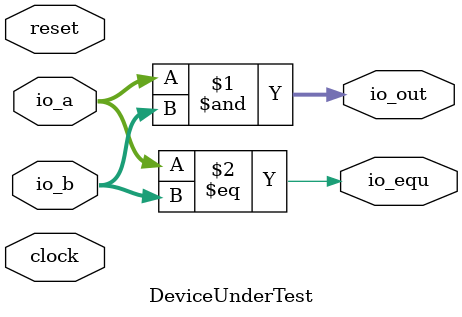
<source format=v>
module DeviceUnderTest(
  input        clock,
  input        reset,
  input  [1:0] io_a,
  input  [1:0] io_b,
  output [1:0] io_out,
  output       io_equ
);
  assign io_out = io_a & io_b; // @[DeviceUnderTest.scala 15:20]
  assign io_equ = io_a == io_b; // @[DeviceUnderTest.scala 16:20]
endmodule

</source>
